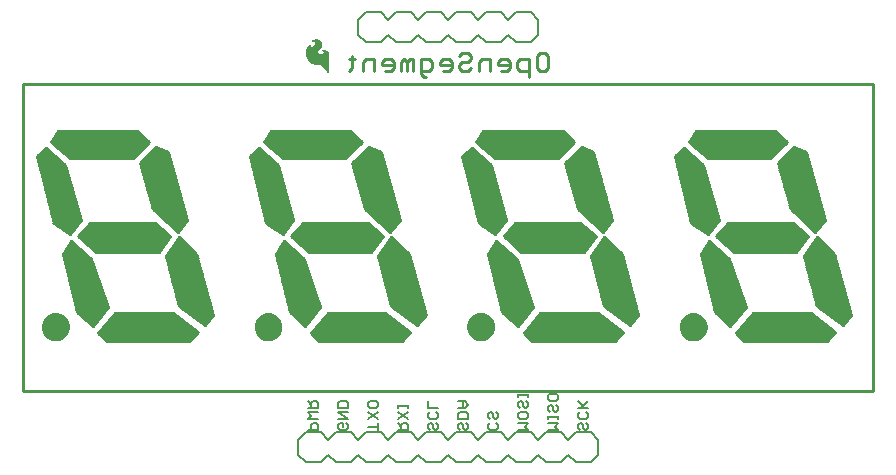
<source format=gbo>
G75*
G70*
%OFA0B0*%
%FSLAX24Y24*%
%IPPOS*%
%LPD*%
%AMOC8*
5,1,8,0,0,1.08239X$1,22.5*
%
%ADD10C,0.0060*%
%ADD11C,0.0110*%
%ADD12C,0.0100*%
%ADD13C,0.0591*%
%ADD14C,0.0080*%
%ADD15C,0.0010*%
D10*
X013163Y008413D02*
X013504Y008413D01*
X013504Y008583D01*
X013447Y008640D01*
X013333Y008640D01*
X013277Y008583D01*
X013277Y008413D01*
X013163Y008782D02*
X013277Y008895D01*
X013163Y009009D01*
X013504Y009009D01*
X013504Y009150D02*
X013504Y009320D01*
X013447Y009377D01*
X013333Y009377D01*
X013277Y009320D01*
X013277Y009150D01*
X013277Y009263D02*
X013163Y009377D01*
X013163Y009150D02*
X013504Y009150D01*
X013504Y008782D02*
X013163Y008782D01*
X014163Y008782D02*
X014504Y008782D01*
X014163Y009009D01*
X014504Y009009D01*
X014504Y009150D02*
X014504Y009320D01*
X014447Y009377D01*
X014220Y009377D01*
X014163Y009320D01*
X014163Y009150D01*
X014504Y009150D01*
X014447Y008640D02*
X014504Y008583D01*
X014504Y008470D01*
X014447Y008413D01*
X014220Y008413D01*
X014163Y008470D01*
X014163Y008583D01*
X014220Y008640D01*
X014333Y008640D01*
X014333Y008527D01*
X015163Y008527D02*
X015504Y008527D01*
X015504Y008640D02*
X015504Y008413D01*
X016163Y008413D02*
X016504Y008413D01*
X016504Y008583D01*
X016447Y008640D01*
X016333Y008640D01*
X016277Y008583D01*
X016277Y008413D01*
X016277Y008527D02*
X016163Y008640D01*
X016163Y008782D02*
X016504Y009009D01*
X016504Y009150D02*
X016504Y009263D01*
X016504Y009207D02*
X016163Y009207D01*
X016163Y009263D02*
X016163Y009150D01*
X016163Y009009D02*
X016504Y008782D01*
X017163Y008838D02*
X017163Y008952D01*
X017220Y009009D01*
X017163Y009150D02*
X017504Y009150D01*
X017447Y009009D02*
X017504Y008952D01*
X017504Y008838D01*
X017447Y008782D01*
X017220Y008782D01*
X017163Y008838D01*
X017220Y008640D02*
X017163Y008583D01*
X017163Y008470D01*
X017220Y008413D01*
X017333Y008470D02*
X017333Y008583D01*
X017277Y008640D01*
X017220Y008640D01*
X017333Y008470D02*
X017390Y008413D01*
X017447Y008413D01*
X017504Y008470D01*
X017504Y008583D01*
X017447Y008640D01*
X017163Y009150D02*
X017163Y009377D01*
X018163Y009377D02*
X018390Y009377D01*
X018504Y009263D01*
X018390Y009150D01*
X018163Y009150D01*
X018220Y009009D02*
X018447Y009009D01*
X018504Y008952D01*
X018504Y008782D01*
X018163Y008782D01*
X018163Y008952D01*
X018220Y009009D01*
X018333Y009150D02*
X018333Y009377D01*
X019163Y008952D02*
X019163Y008838D01*
X019220Y008782D01*
X019333Y008838D02*
X019333Y008952D01*
X019277Y009009D01*
X019220Y009009D01*
X019163Y008952D01*
X019333Y008838D02*
X019390Y008782D01*
X019447Y008782D01*
X019504Y008838D01*
X019504Y008952D01*
X019447Y009009D01*
X020163Y008952D02*
X020220Y009009D01*
X020447Y009009D01*
X020504Y008952D01*
X020504Y008838D01*
X020447Y008782D01*
X020220Y008782D01*
X020163Y008838D01*
X020163Y008952D01*
X020220Y009150D02*
X020163Y009207D01*
X020163Y009320D01*
X020220Y009377D01*
X020277Y009377D01*
X020333Y009320D01*
X020333Y009207D01*
X020390Y009150D01*
X020447Y009150D01*
X020504Y009207D01*
X020504Y009320D01*
X020447Y009377D01*
X020504Y009518D02*
X020504Y009632D01*
X020504Y009575D02*
X020163Y009575D01*
X020163Y009518D02*
X020163Y009632D01*
X021163Y009566D02*
X021220Y009622D01*
X021447Y009622D01*
X021504Y009566D01*
X021504Y009452D01*
X021447Y009396D01*
X021220Y009396D01*
X021163Y009452D01*
X021163Y009566D01*
X021220Y009254D02*
X021163Y009197D01*
X021163Y009084D01*
X021220Y009027D01*
X021333Y009084D02*
X021333Y009197D01*
X021277Y009254D01*
X021220Y009254D01*
X021333Y009084D02*
X021390Y009027D01*
X021447Y009027D01*
X021504Y009084D01*
X021504Y009197D01*
X021447Y009254D01*
X021504Y008895D02*
X021504Y008782D01*
X021504Y008838D02*
X021163Y008838D01*
X021163Y008782D02*
X021163Y008895D01*
X021163Y008640D02*
X021504Y008640D01*
X021390Y008527D01*
X021504Y008413D01*
X021163Y008413D01*
X020504Y008413D02*
X020390Y008527D01*
X020504Y008640D01*
X020163Y008640D01*
X020163Y008413D02*
X020504Y008413D01*
X019504Y008470D02*
X019447Y008413D01*
X019220Y008413D01*
X019163Y008470D01*
X019163Y008583D01*
X019220Y008640D01*
X019447Y008640D02*
X019504Y008583D01*
X019504Y008470D01*
X018504Y008470D02*
X018447Y008413D01*
X018390Y008413D01*
X018333Y008470D01*
X018333Y008583D01*
X018277Y008640D01*
X018220Y008640D01*
X018163Y008583D01*
X018163Y008470D01*
X018220Y008413D01*
X018504Y008470D02*
X018504Y008583D01*
X018447Y008640D01*
X015504Y008782D02*
X015163Y009009D01*
X015220Y009150D02*
X015163Y009207D01*
X015163Y009320D01*
X015220Y009377D01*
X015447Y009377D01*
X015504Y009320D01*
X015504Y009207D01*
X015447Y009150D01*
X015220Y009150D01*
X015504Y009009D02*
X015163Y008782D01*
X022163Y008838D02*
X022163Y008952D01*
X022220Y009009D01*
X022163Y009150D02*
X022504Y009150D01*
X022447Y009009D02*
X022504Y008952D01*
X022504Y008838D01*
X022447Y008782D01*
X022220Y008782D01*
X022163Y008838D01*
X022220Y008640D02*
X022163Y008583D01*
X022163Y008470D01*
X022220Y008413D01*
X022333Y008470D02*
X022333Y008583D01*
X022277Y008640D01*
X022220Y008640D01*
X022333Y008470D02*
X022390Y008413D01*
X022447Y008413D01*
X022504Y008470D01*
X022504Y008583D01*
X022447Y008640D01*
X022277Y009150D02*
X022504Y009377D01*
X022333Y009207D02*
X022163Y009377D01*
D11*
X020534Y020191D02*
X020534Y020782D01*
X020239Y020782D01*
X020140Y020684D01*
X020140Y020487D01*
X020239Y020388D01*
X020534Y020388D01*
X020785Y020487D02*
X020785Y020880D01*
X020883Y020979D01*
X021080Y020979D01*
X021178Y020880D01*
X021178Y020487D01*
X021080Y020388D01*
X020883Y020388D01*
X020785Y020487D01*
X019889Y020487D02*
X019889Y020684D01*
X019791Y020782D01*
X019594Y020782D01*
X019496Y020684D01*
X019496Y020585D01*
X019889Y020585D01*
X019889Y020487D02*
X019791Y020388D01*
X019594Y020388D01*
X019245Y020388D02*
X019245Y020782D01*
X018949Y020782D01*
X018851Y020684D01*
X018851Y020388D01*
X018600Y020487D02*
X018502Y020388D01*
X018305Y020388D01*
X018206Y020487D01*
X018206Y020585D01*
X018305Y020684D01*
X018502Y020684D01*
X018600Y020782D01*
X018600Y020880D01*
X018502Y020979D01*
X018305Y020979D01*
X018206Y020880D01*
X017956Y020684D02*
X017857Y020782D01*
X017660Y020782D01*
X017562Y020684D01*
X017562Y020585D01*
X017956Y020585D01*
X017956Y020487D02*
X017956Y020684D01*
X017956Y020487D02*
X017857Y020388D01*
X017660Y020388D01*
X017311Y020487D02*
X017311Y020684D01*
X017213Y020782D01*
X016917Y020782D01*
X016917Y020290D01*
X017016Y020191D01*
X017114Y020191D01*
X017213Y020388D02*
X016917Y020388D01*
X016666Y020388D02*
X016666Y020782D01*
X016568Y020782D01*
X016470Y020684D01*
X016371Y020782D01*
X016273Y020684D01*
X016273Y020388D01*
X016470Y020388D02*
X016470Y020684D01*
X016022Y020684D02*
X016022Y020487D01*
X015924Y020388D01*
X015727Y020388D01*
X015628Y020585D02*
X016022Y020585D01*
X016022Y020684D02*
X015924Y020782D01*
X015727Y020782D01*
X015628Y020684D01*
X015628Y020585D01*
X015377Y020388D02*
X015377Y020782D01*
X015082Y020782D01*
X014984Y020684D01*
X014984Y020388D01*
X014634Y020487D02*
X014536Y020388D01*
X014634Y020487D02*
X014634Y020880D01*
X014536Y020782D02*
X014733Y020782D01*
X017213Y020388D02*
X017311Y020487D01*
D12*
X019014Y018377D02*
X018778Y018022D01*
X019408Y017471D01*
X021495Y017471D01*
X022046Y018022D01*
X021652Y018377D01*
X019014Y018377D01*
X018951Y018281D02*
X021759Y018281D01*
X021868Y018182D02*
X018885Y018182D01*
X018819Y018084D02*
X021978Y018084D01*
X022009Y017985D02*
X018820Y017985D01*
X018933Y017887D02*
X021910Y017887D01*
X021812Y017788D02*
X019046Y017788D01*
X019158Y017690D02*
X021713Y017690D01*
X021615Y017591D02*
X019271Y017591D01*
X019383Y017493D02*
X021516Y017493D01*
X021731Y017314D02*
X022164Y015778D01*
X022991Y015030D01*
X023306Y015424D01*
X022676Y017668D01*
X022282Y017865D01*
X021731Y017314D01*
X021736Y017296D02*
X022780Y017296D01*
X022753Y017394D02*
X021812Y017394D01*
X021910Y017493D02*
X022725Y017493D01*
X022697Y017591D02*
X022009Y017591D01*
X022107Y017690D02*
X022632Y017690D01*
X022435Y017788D02*
X022206Y017788D01*
X021764Y017197D02*
X022808Y017197D01*
X022836Y017099D02*
X021792Y017099D01*
X021819Y017000D02*
X022863Y017000D01*
X022891Y016902D02*
X021847Y016902D01*
X021875Y016803D02*
X022919Y016803D01*
X022946Y016705D02*
X021903Y016705D01*
X021930Y016606D02*
X022974Y016606D01*
X023002Y016508D02*
X021958Y016508D01*
X021986Y016409D02*
X023029Y016409D01*
X023057Y016311D02*
X022014Y016311D01*
X022042Y016212D02*
X023084Y016212D01*
X023112Y016114D02*
X022069Y016114D01*
X022097Y016015D02*
X023140Y016015D01*
X023167Y015917D02*
X022125Y015917D01*
X022153Y015818D02*
X023195Y015818D01*
X023223Y015720D02*
X022229Y015720D01*
X022337Y015621D02*
X023250Y015621D01*
X023278Y015523D02*
X022446Y015523D01*
X022555Y015424D02*
X023306Y015424D01*
X023227Y015326D02*
X022664Y015326D01*
X022773Y015227D02*
X023149Y015227D01*
X023070Y015129D02*
X022882Y015129D01*
X022991Y015030D02*
X022991Y015030D01*
X023030Y014833D02*
X022597Y014203D01*
X023030Y012550D01*
X023896Y011920D01*
X024172Y012235D01*
X023621Y014282D01*
X023030Y014833D01*
X022962Y014735D02*
X023136Y014735D01*
X023241Y014636D02*
X022895Y014636D01*
X022827Y014538D02*
X023347Y014538D01*
X023452Y014439D02*
X022759Y014439D01*
X022692Y014341D02*
X023558Y014341D01*
X023631Y014242D02*
X022624Y014242D01*
X022613Y014144D02*
X023658Y014144D01*
X023684Y014045D02*
X022639Y014045D01*
X022664Y013947D02*
X023711Y013947D01*
X023738Y013848D02*
X022690Y013848D01*
X022716Y013750D02*
X023764Y013750D01*
X023791Y013651D02*
X022742Y013651D01*
X022768Y013553D02*
X023817Y013553D01*
X023844Y013454D02*
X022793Y013454D01*
X022819Y013356D02*
X023870Y013356D01*
X023897Y013257D02*
X022845Y013257D01*
X022871Y013159D02*
X023923Y013159D01*
X023950Y013060D02*
X022896Y013060D01*
X022922Y012962D02*
X023976Y012962D01*
X024003Y012863D02*
X022948Y012863D01*
X022974Y012765D02*
X024029Y012765D01*
X024056Y012666D02*
X023000Y012666D01*
X023025Y012568D02*
X024082Y012568D01*
X024109Y012469D02*
X023141Y012469D01*
X023276Y012371D02*
X024135Y012371D01*
X024162Y012272D02*
X023412Y012272D01*
X023547Y012174D02*
X024118Y012174D01*
X024032Y012075D02*
X023683Y012075D01*
X023818Y011977D02*
X023946Y011977D01*
X023660Y011684D02*
X023385Y011369D01*
X020629Y011369D01*
X020353Y011644D01*
X020904Y012314D01*
X022833Y012314D01*
X023660Y011684D01*
X023658Y011681D02*
X020383Y011681D01*
X020415Y011583D02*
X023572Y011583D01*
X023486Y011484D02*
X020513Y011484D01*
X020612Y011386D02*
X023399Y011386D01*
X023534Y011780D02*
X020465Y011780D01*
X020546Y011878D02*
X023405Y011878D01*
X023275Y011977D02*
X020627Y011977D01*
X020708Y012075D02*
X023146Y012075D01*
X023017Y012174D02*
X020789Y012174D01*
X020870Y012272D02*
X022888Y012272D01*
X020668Y012510D02*
X020156Y011881D01*
X019644Y012353D01*
X019172Y014282D01*
X019448Y014715D01*
X020117Y014125D01*
X020668Y012510D01*
X020635Y012469D02*
X019616Y012469D01*
X019640Y012371D02*
X020554Y012371D01*
X020474Y012272D02*
X019732Y012272D01*
X019838Y012174D02*
X020394Y012174D01*
X020314Y012075D02*
X019945Y012075D01*
X020052Y011977D02*
X020234Y011977D01*
X020648Y012568D02*
X019592Y012568D01*
X019568Y012666D02*
X020615Y012666D01*
X020581Y012765D02*
X019544Y012765D01*
X019519Y012863D02*
X020548Y012863D01*
X020514Y012962D02*
X019495Y012962D01*
X019471Y013060D02*
X020480Y013060D01*
X020447Y013159D02*
X019447Y013159D01*
X019423Y013257D02*
X020413Y013257D01*
X020379Y013356D02*
X019399Y013356D01*
X019375Y013454D02*
X020346Y013454D01*
X020312Y013553D02*
X019351Y013553D01*
X019326Y013651D02*
X020278Y013651D01*
X020245Y013750D02*
X019302Y013750D01*
X019278Y013848D02*
X020211Y013848D01*
X020178Y013947D02*
X019254Y013947D01*
X019230Y014045D02*
X020144Y014045D01*
X020095Y014144D02*
X019206Y014144D01*
X019182Y014242D02*
X019983Y014242D01*
X019872Y014341D02*
X019209Y014341D01*
X019272Y014439D02*
X019760Y014439D01*
X019649Y014538D02*
X019335Y014538D01*
X019397Y014636D02*
X019537Y014636D01*
X019729Y014833D02*
X022724Y014833D01*
X022755Y014873D02*
X022243Y015306D01*
X020077Y015306D01*
X019684Y014873D01*
X020274Y014361D01*
X022361Y014361D01*
X022755Y014873D01*
X022685Y014932D02*
X019737Y014932D01*
X019827Y015030D02*
X022568Y015030D01*
X022452Y015129D02*
X019917Y015129D01*
X020006Y015227D02*
X022335Y015227D01*
X022649Y014735D02*
X019843Y014735D01*
X019956Y014636D02*
X022573Y014636D01*
X022497Y014538D02*
X020070Y014538D01*
X020184Y014439D02*
X022421Y014439D01*
X019762Y015424D02*
X019408Y014951D01*
X018857Y015306D01*
X018306Y017550D01*
X018621Y017825D01*
X019251Y017235D01*
X019762Y015424D01*
X018828Y015424D01*
X018852Y015326D02*
X019689Y015326D01*
X019615Y015227D02*
X018979Y015227D01*
X019132Y015129D02*
X019541Y015129D01*
X019467Y015030D02*
X019285Y015030D01*
X019735Y015523D02*
X018804Y015523D01*
X018779Y015621D02*
X019707Y015621D01*
X019679Y015720D02*
X018755Y015720D01*
X018731Y015818D02*
X019651Y015818D01*
X019623Y015917D02*
X018707Y015917D01*
X018683Y016015D02*
X019595Y016015D01*
X019567Y016114D02*
X018658Y016114D01*
X018634Y016212D02*
X019540Y016212D01*
X019512Y016311D02*
X018610Y016311D01*
X018586Y016409D02*
X019484Y016409D01*
X019456Y016508D02*
X018562Y016508D01*
X018538Y016606D02*
X019428Y016606D01*
X019400Y016705D02*
X018513Y016705D01*
X018489Y016803D02*
X019373Y016803D01*
X019345Y016902D02*
X018465Y016902D01*
X018441Y017000D02*
X019317Y017000D01*
X019289Y017099D02*
X018417Y017099D01*
X018392Y017197D02*
X019261Y017197D01*
X019186Y017296D02*
X018368Y017296D01*
X018344Y017394D02*
X019081Y017394D01*
X018976Y017493D02*
X018320Y017493D01*
X018353Y017591D02*
X018870Y017591D01*
X018765Y017690D02*
X018466Y017690D01*
X018578Y017788D02*
X018660Y017788D01*
X015915Y016508D02*
X014872Y016508D01*
X014844Y016606D02*
X015887Y016606D01*
X015860Y016705D02*
X014816Y016705D01*
X014788Y016803D02*
X015832Y016803D01*
X015804Y016902D02*
X014761Y016902D01*
X014733Y017000D02*
X015777Y017000D01*
X015749Y017099D02*
X014705Y017099D01*
X014677Y017197D02*
X015721Y017197D01*
X015694Y017296D02*
X014649Y017296D01*
X014644Y017314D02*
X015077Y015778D01*
X015904Y015030D01*
X016219Y015424D01*
X015589Y017668D01*
X015196Y017865D01*
X014644Y017314D01*
X014725Y017394D02*
X015666Y017394D01*
X015638Y017493D02*
X014824Y017493D01*
X014922Y017591D02*
X015611Y017591D01*
X015546Y017690D02*
X015021Y017690D01*
X015119Y017788D02*
X015349Y017788D01*
X014959Y018022D02*
X014566Y018377D01*
X011928Y018377D01*
X011692Y018022D01*
X012322Y017471D01*
X014408Y017471D01*
X014959Y018022D01*
X014922Y017985D02*
X011734Y017985D01*
X011733Y018084D02*
X014891Y018084D01*
X014782Y018182D02*
X011798Y018182D01*
X011864Y018281D02*
X014672Y018281D01*
X014824Y017887D02*
X011846Y017887D01*
X011959Y017788D02*
X014725Y017788D01*
X014627Y017690D02*
X012072Y017690D01*
X012184Y017591D02*
X014528Y017591D01*
X014430Y017493D02*
X012297Y017493D01*
X012099Y017296D02*
X011282Y017296D01*
X011257Y017394D02*
X011994Y017394D01*
X011889Y017493D02*
X011233Y017493D01*
X011219Y017550D02*
X011770Y015306D01*
X012322Y014951D01*
X012676Y015424D01*
X012164Y017235D01*
X011534Y017825D01*
X011219Y017550D01*
X011267Y017591D02*
X011784Y017591D01*
X011679Y017690D02*
X011379Y017690D01*
X011492Y017788D02*
X011574Y017788D01*
X011306Y017197D02*
X012175Y017197D01*
X012202Y017099D02*
X011330Y017099D01*
X011354Y017000D02*
X012230Y017000D01*
X012258Y016902D02*
X011378Y016902D01*
X011403Y016803D02*
X012286Y016803D01*
X012314Y016705D02*
X011427Y016705D01*
X011451Y016606D02*
X012342Y016606D01*
X012370Y016508D02*
X011475Y016508D01*
X011499Y016409D02*
X012397Y016409D01*
X012425Y016311D02*
X011523Y016311D01*
X011548Y016212D02*
X012453Y016212D01*
X012481Y016114D02*
X011572Y016114D01*
X011596Y016015D02*
X012509Y016015D01*
X012537Y015917D02*
X011620Y015917D01*
X011644Y015818D02*
X012564Y015818D01*
X012592Y015720D02*
X011669Y015720D01*
X011693Y015621D02*
X012620Y015621D01*
X012648Y015523D02*
X011717Y015523D01*
X011741Y015424D02*
X012676Y015424D01*
X012602Y015326D02*
X011765Y015326D01*
X011892Y015227D02*
X012528Y015227D01*
X012455Y015129D02*
X012046Y015129D01*
X012199Y015030D02*
X012381Y015030D01*
X012597Y014873D02*
X013188Y014361D01*
X015274Y014361D01*
X015668Y014873D01*
X015156Y015306D01*
X012991Y015306D01*
X012597Y014873D01*
X012643Y014833D02*
X015638Y014833D01*
X015598Y014932D02*
X012651Y014932D01*
X012740Y015030D02*
X015482Y015030D01*
X015365Y015129D02*
X012830Y015129D01*
X012920Y015227D02*
X015249Y015227D01*
X015469Y015424D02*
X016219Y015424D01*
X016191Y015523D02*
X015360Y015523D01*
X015251Y015621D02*
X016164Y015621D01*
X016136Y015720D02*
X015142Y015720D01*
X015066Y015818D02*
X016108Y015818D01*
X016081Y015917D02*
X015038Y015917D01*
X015011Y016015D02*
X016053Y016015D01*
X016025Y016114D02*
X014983Y016114D01*
X014955Y016212D02*
X015998Y016212D01*
X015970Y016311D02*
X014927Y016311D01*
X014899Y016409D02*
X015943Y016409D01*
X016141Y015326D02*
X015577Y015326D01*
X015686Y015227D02*
X016062Y015227D01*
X015983Y015129D02*
X015795Y015129D01*
X015904Y015030D02*
X015904Y015030D01*
X015944Y014833D02*
X015510Y014203D01*
X015944Y012550D01*
X016810Y011920D01*
X017085Y012235D01*
X016534Y014282D01*
X015944Y014833D01*
X015876Y014735D02*
X016049Y014735D01*
X016155Y014636D02*
X015808Y014636D01*
X015740Y014538D02*
X016260Y014538D01*
X016366Y014439D02*
X015673Y014439D01*
X015605Y014341D02*
X016471Y014341D01*
X016545Y014242D02*
X015537Y014242D01*
X015526Y014144D02*
X016571Y014144D01*
X016598Y014045D02*
X015552Y014045D01*
X015578Y013947D02*
X016624Y013947D01*
X016651Y013848D02*
X015603Y013848D01*
X015629Y013750D02*
X016677Y013750D01*
X016704Y013651D02*
X015655Y013651D01*
X015681Y013553D02*
X016730Y013553D01*
X016757Y013454D02*
X015707Y013454D01*
X015732Y013356D02*
X016784Y013356D01*
X016810Y013257D02*
X015758Y013257D01*
X015784Y013159D02*
X016837Y013159D01*
X016863Y013060D02*
X015810Y013060D01*
X015836Y012962D02*
X016890Y012962D01*
X016916Y012863D02*
X015861Y012863D01*
X015887Y012765D02*
X016943Y012765D01*
X016969Y012666D02*
X015913Y012666D01*
X015939Y012568D02*
X016996Y012568D01*
X017022Y012469D02*
X016054Y012469D01*
X016190Y012371D02*
X017049Y012371D01*
X017075Y012272D02*
X016325Y012272D01*
X016461Y012174D02*
X017032Y012174D01*
X016946Y012075D02*
X016596Y012075D01*
X016732Y011977D02*
X016859Y011977D01*
X016573Y011684D02*
X016298Y011369D01*
X013542Y011369D01*
X013266Y011644D01*
X013818Y012314D01*
X015747Y012314D01*
X016573Y011684D01*
X016571Y011681D02*
X013297Y011681D01*
X013328Y011583D02*
X016485Y011583D01*
X016399Y011484D02*
X013426Y011484D01*
X013525Y011386D02*
X016313Y011386D01*
X016447Y011780D02*
X013378Y011780D01*
X013459Y011878D02*
X016318Y011878D01*
X016189Y011977D02*
X013540Y011977D01*
X013621Y012075D02*
X016060Y012075D01*
X015930Y012174D02*
X013702Y012174D01*
X013784Y012272D02*
X015801Y012272D01*
X013581Y012510D02*
X013070Y011881D01*
X012558Y012353D01*
X012085Y014282D01*
X012361Y014715D01*
X013030Y014125D01*
X013581Y012510D01*
X013548Y012469D02*
X012529Y012469D01*
X012553Y012371D02*
X013468Y012371D01*
X013388Y012272D02*
X012645Y012272D01*
X012752Y012174D02*
X013308Y012174D01*
X013228Y012075D02*
X012859Y012075D01*
X012965Y011977D02*
X013148Y011977D01*
X013562Y012568D02*
X012505Y012568D01*
X012481Y012666D02*
X013528Y012666D01*
X013495Y012765D02*
X012457Y012765D01*
X012433Y012863D02*
X013461Y012863D01*
X013427Y012962D02*
X012409Y012962D01*
X012385Y013060D02*
X013394Y013060D01*
X013360Y013159D02*
X012360Y013159D01*
X012336Y013257D02*
X013326Y013257D01*
X013293Y013356D02*
X012312Y013356D01*
X012288Y013454D02*
X013259Y013454D01*
X013225Y013553D02*
X012264Y013553D01*
X012240Y013651D02*
X013192Y013651D01*
X013158Y013750D02*
X012216Y013750D01*
X012192Y013848D02*
X013125Y013848D01*
X013091Y013947D02*
X012167Y013947D01*
X012143Y014045D02*
X013057Y014045D01*
X013008Y014144D02*
X012119Y014144D01*
X012095Y014242D02*
X012897Y014242D01*
X012785Y014341D02*
X012123Y014341D01*
X012185Y014439D02*
X012674Y014439D01*
X012562Y014538D02*
X012248Y014538D01*
X012311Y014636D02*
X012450Y014636D01*
X012756Y014735D02*
X015562Y014735D01*
X015486Y014636D02*
X012870Y014636D01*
X012984Y014538D02*
X015410Y014538D01*
X015335Y014439D02*
X013097Y014439D01*
X009644Y013553D02*
X008594Y013553D01*
X008568Y013651D02*
X009617Y013651D01*
X009591Y013750D02*
X008543Y013750D01*
X008517Y013848D02*
X009564Y013848D01*
X009538Y013947D02*
X008491Y013947D01*
X008465Y014045D02*
X009511Y014045D01*
X009485Y014144D02*
X008439Y014144D01*
X008424Y014203D02*
X008857Y012550D01*
X009723Y011920D01*
X009999Y012235D01*
X009448Y014282D01*
X008857Y014833D01*
X008424Y014203D01*
X008451Y014242D02*
X009458Y014242D01*
X009385Y014341D02*
X008518Y014341D01*
X008586Y014439D02*
X009279Y014439D01*
X009174Y014538D02*
X008654Y014538D01*
X008722Y014636D02*
X009068Y014636D01*
X008962Y014735D02*
X008789Y014735D01*
X008581Y014873D02*
X008188Y014361D01*
X006101Y014361D01*
X005510Y014873D01*
X005904Y015306D01*
X008070Y015306D01*
X008581Y014873D01*
X008551Y014833D02*
X005556Y014833D01*
X005564Y014932D02*
X008511Y014932D01*
X008395Y015030D02*
X005654Y015030D01*
X005743Y015129D02*
X008279Y015129D01*
X008162Y015227D02*
X005833Y015227D01*
X005589Y015424D02*
X005235Y014951D01*
X004684Y015306D01*
X004133Y017550D01*
X004448Y017825D01*
X005077Y017235D01*
X005589Y015424D01*
X004655Y015424D01*
X004679Y015326D02*
X005516Y015326D01*
X005442Y015227D02*
X004806Y015227D01*
X004959Y015129D02*
X005368Y015129D01*
X005294Y015030D02*
X005112Y015030D01*
X005274Y014715D02*
X004999Y014282D01*
X005471Y012353D01*
X005983Y011881D01*
X006495Y012510D01*
X005944Y014125D01*
X005274Y014715D01*
X005224Y014636D02*
X005364Y014636D01*
X005475Y014538D02*
X005161Y014538D01*
X005099Y014439D02*
X005587Y014439D01*
X005699Y014341D02*
X005036Y014341D01*
X005008Y014242D02*
X005810Y014242D01*
X005922Y014144D02*
X005033Y014144D01*
X005057Y014045D02*
X005971Y014045D01*
X006004Y013947D02*
X005081Y013947D01*
X005105Y013848D02*
X006038Y013848D01*
X006072Y013750D02*
X005129Y013750D01*
X005153Y013651D02*
X006105Y013651D01*
X006139Y013553D02*
X005177Y013553D01*
X005201Y013454D02*
X006172Y013454D01*
X006206Y013356D02*
X005226Y013356D01*
X005250Y013257D02*
X006240Y013257D01*
X006273Y013159D02*
X005274Y013159D01*
X005298Y013060D02*
X006307Y013060D01*
X006341Y012962D02*
X005322Y012962D01*
X005346Y012863D02*
X006374Y012863D01*
X006408Y012765D02*
X005370Y012765D01*
X005394Y012666D02*
X006442Y012666D01*
X006475Y012568D02*
X005419Y012568D01*
X005443Y012469D02*
X006461Y012469D01*
X006381Y012371D02*
X005467Y012371D01*
X005559Y012272D02*
X006301Y012272D01*
X006221Y012174D02*
X005665Y012174D01*
X005772Y012075D02*
X006141Y012075D01*
X006061Y011977D02*
X005879Y011977D01*
X006210Y011681D02*
X009485Y011681D01*
X009487Y011684D02*
X009211Y011369D01*
X006455Y011369D01*
X006180Y011644D01*
X006731Y012314D01*
X008660Y012314D01*
X009487Y011684D01*
X009399Y011583D02*
X006241Y011583D01*
X006340Y011484D02*
X009312Y011484D01*
X009226Y011386D02*
X006438Y011386D01*
X006291Y011780D02*
X009361Y011780D01*
X009231Y011878D02*
X006372Y011878D01*
X006454Y011977D02*
X009102Y011977D01*
X008973Y012075D02*
X006535Y012075D01*
X006616Y012174D02*
X008844Y012174D01*
X008714Y012272D02*
X006697Y012272D01*
X008775Y012863D02*
X009829Y012863D01*
X009856Y012765D02*
X008801Y012765D01*
X008826Y012666D02*
X009883Y012666D01*
X009909Y012568D02*
X008852Y012568D01*
X008968Y012469D02*
X009936Y012469D01*
X009962Y012371D02*
X009103Y012371D01*
X009239Y012272D02*
X009989Y012272D01*
X009945Y012174D02*
X009374Y012174D01*
X009509Y012075D02*
X009859Y012075D01*
X009773Y011977D02*
X009645Y011977D01*
X009803Y012962D02*
X008749Y012962D01*
X008723Y013060D02*
X009776Y013060D01*
X009750Y013159D02*
X008697Y013159D01*
X008672Y013257D02*
X009723Y013257D01*
X009697Y013356D02*
X008646Y013356D01*
X008620Y013454D02*
X009670Y013454D01*
X008324Y014538D02*
X005897Y014538D01*
X005783Y014636D02*
X008400Y014636D01*
X008475Y014735D02*
X005670Y014735D01*
X006011Y014439D02*
X008248Y014439D01*
X008817Y015030D02*
X008818Y015030D01*
X007991Y015778D01*
X007558Y017314D01*
X008109Y017865D01*
X008503Y017668D01*
X009133Y015424D01*
X008818Y015030D01*
X008897Y015129D02*
X008709Y015129D01*
X008600Y015227D02*
X008975Y015227D01*
X009054Y015326D02*
X008491Y015326D01*
X008382Y015424D02*
X009132Y015424D01*
X009105Y015523D02*
X008273Y015523D01*
X008164Y015621D02*
X009077Y015621D01*
X009049Y015720D02*
X008055Y015720D01*
X007979Y015818D02*
X009022Y015818D01*
X008994Y015917D02*
X007952Y015917D01*
X007924Y016015D02*
X008967Y016015D01*
X008939Y016114D02*
X007896Y016114D01*
X007868Y016212D02*
X008911Y016212D01*
X008884Y016311D02*
X007841Y016311D01*
X007813Y016409D02*
X008856Y016409D01*
X008828Y016508D02*
X007785Y016508D01*
X007757Y016606D02*
X008801Y016606D01*
X008773Y016705D02*
X007729Y016705D01*
X007702Y016803D02*
X008745Y016803D01*
X008718Y016902D02*
X007674Y016902D01*
X007646Y017000D02*
X008690Y017000D01*
X008662Y017099D02*
X007618Y017099D01*
X007591Y017197D02*
X008635Y017197D01*
X008607Y017296D02*
X007563Y017296D01*
X007638Y017394D02*
X008579Y017394D01*
X008552Y017493D02*
X007737Y017493D01*
X007835Y017591D02*
X008524Y017591D01*
X008459Y017690D02*
X007934Y017690D01*
X008032Y017788D02*
X008262Y017788D01*
X007873Y018022D02*
X007479Y018377D01*
X004841Y018377D01*
X004605Y018022D01*
X005235Y017471D01*
X007322Y017471D01*
X007873Y018022D01*
X007836Y017985D02*
X004647Y017985D01*
X004646Y018084D02*
X007804Y018084D01*
X007695Y018182D02*
X004712Y018182D01*
X004777Y018281D02*
X007585Y018281D01*
X007737Y017887D02*
X004760Y017887D01*
X004872Y017788D02*
X007639Y017788D01*
X007540Y017690D02*
X004985Y017690D01*
X005098Y017591D02*
X007442Y017591D01*
X007343Y017493D02*
X005210Y017493D01*
X005012Y017296D02*
X004195Y017296D01*
X004171Y017394D02*
X004907Y017394D01*
X004802Y017493D02*
X004147Y017493D01*
X004180Y017591D02*
X004697Y017591D01*
X004592Y017690D02*
X004293Y017690D01*
X004405Y017788D02*
X004487Y017788D01*
X004219Y017197D02*
X005088Y017197D01*
X005116Y017099D02*
X004243Y017099D01*
X004268Y017000D02*
X005144Y017000D01*
X005172Y016902D02*
X004292Y016902D01*
X004316Y016803D02*
X005199Y016803D01*
X005227Y016705D02*
X004340Y016705D01*
X004364Y016606D02*
X005255Y016606D01*
X005283Y016508D02*
X004388Y016508D01*
X004413Y016409D02*
X005311Y016409D01*
X005339Y016311D02*
X004437Y016311D01*
X004461Y016212D02*
X005366Y016212D01*
X005394Y016114D02*
X004485Y016114D01*
X004509Y016015D02*
X005422Y016015D01*
X005450Y015917D02*
X004534Y015917D01*
X004558Y015818D02*
X005478Y015818D01*
X005506Y015720D02*
X004582Y015720D01*
X004606Y015621D02*
X005533Y015621D01*
X005561Y015523D02*
X004630Y015523D01*
X003660Y019951D02*
X003660Y009715D01*
X032007Y009715D01*
X032007Y019951D01*
X003660Y019951D01*
X025392Y017550D02*
X025944Y015306D01*
X026495Y014951D01*
X026849Y015424D01*
X026337Y017235D01*
X025707Y017825D01*
X025392Y017550D01*
X025406Y017493D02*
X026062Y017493D01*
X025957Y017591D02*
X025440Y017591D01*
X025552Y017690D02*
X025852Y017690D01*
X025747Y017788D02*
X025665Y017788D01*
X025865Y018022D02*
X026495Y017471D01*
X028581Y017471D01*
X029133Y018022D01*
X028739Y018377D01*
X026101Y018377D01*
X025865Y018022D01*
X025907Y017985D02*
X029096Y017985D01*
X029064Y018084D02*
X025906Y018084D01*
X025972Y018182D02*
X028955Y018182D01*
X028845Y018281D02*
X026037Y018281D01*
X026020Y017887D02*
X028997Y017887D01*
X028899Y017788D02*
X026132Y017788D01*
X026245Y017690D02*
X028800Y017690D01*
X028702Y017591D02*
X026357Y017591D01*
X026470Y017493D02*
X028603Y017493D01*
X028818Y017314D02*
X029251Y015778D01*
X030077Y015030D01*
X030078Y015030D01*
X030077Y015030D02*
X030392Y015424D01*
X029762Y017668D01*
X029369Y017865D01*
X028818Y017314D01*
X028823Y017296D02*
X029867Y017296D01*
X029839Y017394D02*
X028898Y017394D01*
X028997Y017493D02*
X029812Y017493D01*
X029784Y017591D02*
X029095Y017591D01*
X029194Y017690D02*
X029719Y017690D01*
X029522Y017788D02*
X029292Y017788D01*
X028850Y017197D02*
X029895Y017197D01*
X029922Y017099D02*
X028878Y017099D01*
X028906Y017000D02*
X029950Y017000D01*
X029978Y016902D02*
X028934Y016902D01*
X028962Y016803D02*
X030005Y016803D01*
X030033Y016705D02*
X028989Y016705D01*
X029017Y016606D02*
X030060Y016606D01*
X030088Y016508D02*
X029045Y016508D01*
X029073Y016409D02*
X030116Y016409D01*
X030143Y016311D02*
X029100Y016311D01*
X029128Y016212D02*
X030171Y016212D01*
X030199Y016114D02*
X029156Y016114D01*
X029184Y016015D02*
X030226Y016015D01*
X030254Y015917D02*
X029212Y015917D01*
X029239Y015818D02*
X030282Y015818D01*
X030309Y015720D02*
X029315Y015720D01*
X029424Y015621D02*
X030337Y015621D01*
X030365Y015523D02*
X029533Y015523D01*
X029642Y015424D02*
X030392Y015424D01*
X030314Y015326D02*
X029751Y015326D01*
X029860Y015227D02*
X030235Y015227D01*
X030156Y015129D02*
X029968Y015129D01*
X029771Y014932D02*
X026824Y014932D01*
X026770Y014873D02*
X027361Y014361D01*
X029448Y014361D01*
X029841Y014873D01*
X029329Y015306D01*
X027164Y015306D01*
X026770Y014873D01*
X026816Y014833D02*
X029811Y014833D01*
X029735Y014735D02*
X026929Y014735D01*
X027043Y014636D02*
X029659Y014636D01*
X029584Y014538D02*
X027157Y014538D01*
X027270Y014439D02*
X029508Y014439D01*
X029710Y014242D02*
X030718Y014242D01*
X030707Y014282D02*
X030117Y014833D01*
X029684Y014203D01*
X030117Y012550D01*
X030983Y011920D01*
X031259Y012235D01*
X030707Y014282D01*
X030644Y014341D02*
X029778Y014341D01*
X029846Y014439D02*
X030539Y014439D01*
X030433Y014538D02*
X029914Y014538D01*
X029981Y014636D02*
X030328Y014636D01*
X030222Y014735D02*
X030049Y014735D01*
X029655Y015030D02*
X026914Y015030D01*
X027003Y015129D02*
X029539Y015129D01*
X029422Y015227D02*
X027093Y015227D01*
X026849Y015424D02*
X025914Y015424D01*
X025939Y015326D02*
X026776Y015326D01*
X026702Y015227D02*
X026066Y015227D01*
X026219Y015129D02*
X026628Y015129D01*
X026554Y015030D02*
X026372Y015030D01*
X026534Y014715D02*
X026259Y014282D01*
X026731Y012353D01*
X027243Y011881D01*
X027755Y012510D01*
X027203Y014125D01*
X026534Y014715D01*
X026484Y014636D02*
X026624Y014636D01*
X026735Y014538D02*
X026421Y014538D01*
X026359Y014439D02*
X026847Y014439D01*
X026958Y014341D02*
X026296Y014341D01*
X026268Y014242D02*
X027070Y014242D01*
X027182Y014144D02*
X026292Y014144D01*
X026317Y014045D02*
X027231Y014045D01*
X027264Y013947D02*
X026341Y013947D01*
X026365Y013848D02*
X027298Y013848D01*
X027331Y013750D02*
X026389Y013750D01*
X026413Y013651D02*
X027365Y013651D01*
X027399Y013553D02*
X026437Y013553D01*
X026461Y013454D02*
X027432Y013454D01*
X027466Y013356D02*
X026485Y013356D01*
X026510Y013257D02*
X027500Y013257D01*
X027533Y013159D02*
X026534Y013159D01*
X026558Y013060D02*
X027567Y013060D01*
X027600Y012962D02*
X026582Y012962D01*
X026606Y012863D02*
X027634Y012863D01*
X027668Y012765D02*
X026630Y012765D01*
X026654Y012666D02*
X027701Y012666D01*
X027735Y012568D02*
X026678Y012568D01*
X026702Y012469D02*
X027721Y012469D01*
X027641Y012371D02*
X026727Y012371D01*
X026818Y012272D02*
X027561Y012272D01*
X027481Y012174D02*
X026925Y012174D01*
X027032Y012075D02*
X027401Y012075D01*
X027321Y011977D02*
X027139Y011977D01*
X027470Y011681D02*
X030745Y011681D01*
X030747Y011684D02*
X030471Y011369D01*
X027715Y011369D01*
X027440Y011644D01*
X027991Y012314D01*
X029920Y012314D01*
X030747Y011684D01*
X030658Y011583D02*
X027501Y011583D01*
X027600Y011484D02*
X030572Y011484D01*
X030486Y011386D02*
X027698Y011386D01*
X027551Y011780D02*
X030621Y011780D01*
X030491Y011878D02*
X027632Y011878D01*
X027713Y011977D02*
X030362Y011977D01*
X030233Y012075D02*
X027795Y012075D01*
X027876Y012174D02*
X030103Y012174D01*
X029974Y012272D02*
X027957Y012272D01*
X030035Y012863D02*
X031089Y012863D01*
X031116Y012765D02*
X030060Y012765D01*
X030086Y012666D02*
X031142Y012666D01*
X031169Y012568D02*
X030112Y012568D01*
X030228Y012469D02*
X031195Y012469D01*
X031222Y012371D02*
X030363Y012371D01*
X030498Y012272D02*
X031248Y012272D01*
X031205Y012174D02*
X030634Y012174D01*
X030769Y012075D02*
X031119Y012075D01*
X031033Y011977D02*
X030905Y011977D01*
X031063Y012962D02*
X030009Y012962D01*
X029983Y013060D02*
X031036Y013060D01*
X031010Y013159D02*
X029957Y013159D01*
X029932Y013257D02*
X030983Y013257D01*
X030957Y013356D02*
X029906Y013356D01*
X029880Y013454D02*
X030930Y013454D01*
X030904Y013553D02*
X029854Y013553D01*
X029828Y013651D02*
X030877Y013651D01*
X030851Y013750D02*
X029803Y013750D01*
X029777Y013848D02*
X030824Y013848D01*
X030798Y013947D02*
X029751Y013947D01*
X029725Y014045D02*
X030771Y014045D01*
X030745Y014144D02*
X029699Y014144D01*
X026821Y015523D02*
X025890Y015523D01*
X025866Y015621D02*
X026793Y015621D01*
X026765Y015720D02*
X025842Y015720D01*
X025818Y015818D02*
X026738Y015818D01*
X026710Y015917D02*
X025793Y015917D01*
X025769Y016015D02*
X026682Y016015D01*
X026654Y016114D02*
X025745Y016114D01*
X025721Y016212D02*
X026626Y016212D01*
X026598Y016311D02*
X025697Y016311D01*
X025673Y016409D02*
X026571Y016409D01*
X026543Y016508D02*
X025648Y016508D01*
X025624Y016606D02*
X026515Y016606D01*
X026487Y016705D02*
X025600Y016705D01*
X025576Y016803D02*
X026459Y016803D01*
X026431Y016902D02*
X025552Y016902D01*
X025527Y017000D02*
X026404Y017000D01*
X026376Y017099D02*
X025503Y017099D01*
X025479Y017197D02*
X026348Y017197D01*
X026272Y017296D02*
X025455Y017296D01*
X025431Y017394D02*
X026167Y017394D01*
D13*
X025860Y011841D02*
X025862Y011866D01*
X025868Y011890D01*
X025877Y011913D01*
X025889Y011934D01*
X025905Y011953D01*
X025924Y011970D01*
X025945Y011983D01*
X025967Y011993D01*
X025991Y012000D01*
X026016Y012003D01*
X026041Y012002D01*
X026065Y011997D01*
X026088Y011989D01*
X026110Y011977D01*
X026130Y011962D01*
X026147Y011944D01*
X026161Y011924D01*
X026172Y011902D01*
X026180Y011878D01*
X026184Y011853D01*
X026184Y011829D01*
X026180Y011804D01*
X026172Y011780D01*
X026161Y011758D01*
X026147Y011738D01*
X026130Y011720D01*
X026110Y011705D01*
X026088Y011693D01*
X026065Y011685D01*
X026041Y011680D01*
X026016Y011679D01*
X025991Y011682D01*
X025967Y011689D01*
X025945Y011699D01*
X025924Y011712D01*
X025905Y011729D01*
X025889Y011748D01*
X025877Y011769D01*
X025868Y011792D01*
X025862Y011816D01*
X025860Y011841D01*
X018774Y011841D02*
X018776Y011866D01*
X018782Y011890D01*
X018791Y011913D01*
X018803Y011934D01*
X018819Y011953D01*
X018838Y011970D01*
X018859Y011983D01*
X018881Y011993D01*
X018905Y012000D01*
X018930Y012003D01*
X018955Y012002D01*
X018979Y011997D01*
X019002Y011989D01*
X019024Y011977D01*
X019044Y011962D01*
X019061Y011944D01*
X019075Y011924D01*
X019086Y011902D01*
X019094Y011878D01*
X019098Y011853D01*
X019098Y011829D01*
X019094Y011804D01*
X019086Y011780D01*
X019075Y011758D01*
X019061Y011738D01*
X019044Y011720D01*
X019024Y011705D01*
X019002Y011693D01*
X018979Y011685D01*
X018955Y011680D01*
X018930Y011679D01*
X018905Y011682D01*
X018881Y011689D01*
X018859Y011699D01*
X018838Y011712D01*
X018819Y011729D01*
X018803Y011748D01*
X018791Y011769D01*
X018782Y011792D01*
X018776Y011816D01*
X018774Y011841D01*
X011687Y011841D02*
X011689Y011866D01*
X011695Y011890D01*
X011704Y011913D01*
X011716Y011934D01*
X011732Y011953D01*
X011751Y011970D01*
X011772Y011983D01*
X011794Y011993D01*
X011818Y012000D01*
X011843Y012003D01*
X011868Y012002D01*
X011892Y011997D01*
X011915Y011989D01*
X011937Y011977D01*
X011957Y011962D01*
X011974Y011944D01*
X011988Y011924D01*
X011999Y011902D01*
X012007Y011878D01*
X012011Y011853D01*
X012011Y011829D01*
X012007Y011804D01*
X011999Y011780D01*
X011988Y011758D01*
X011974Y011738D01*
X011957Y011720D01*
X011937Y011705D01*
X011915Y011693D01*
X011892Y011685D01*
X011868Y011680D01*
X011843Y011679D01*
X011818Y011682D01*
X011794Y011689D01*
X011772Y011699D01*
X011751Y011712D01*
X011732Y011729D01*
X011716Y011748D01*
X011704Y011769D01*
X011695Y011792D01*
X011689Y011816D01*
X011687Y011841D01*
X004600Y011841D02*
X004602Y011866D01*
X004608Y011890D01*
X004617Y011913D01*
X004629Y011934D01*
X004645Y011953D01*
X004664Y011970D01*
X004685Y011983D01*
X004707Y011993D01*
X004731Y012000D01*
X004756Y012003D01*
X004781Y012002D01*
X004805Y011997D01*
X004828Y011989D01*
X004850Y011977D01*
X004870Y011962D01*
X004887Y011944D01*
X004901Y011924D01*
X004912Y011902D01*
X004920Y011878D01*
X004924Y011853D01*
X004924Y011829D01*
X004920Y011804D01*
X004912Y011780D01*
X004901Y011758D01*
X004887Y011738D01*
X004870Y011720D01*
X004850Y011705D01*
X004828Y011693D01*
X004805Y011685D01*
X004781Y011680D01*
X004756Y011679D01*
X004731Y011682D01*
X004707Y011689D01*
X004685Y011699D01*
X004664Y011712D01*
X004645Y011729D01*
X004629Y011748D01*
X004617Y011769D01*
X004608Y011792D01*
X004602Y011816D01*
X004600Y011841D01*
D14*
X012833Y007583D02*
X013083Y007333D01*
X013583Y007333D01*
X013833Y007583D01*
X014083Y007333D01*
X014583Y007333D01*
X014833Y007583D01*
X015083Y007333D01*
X015583Y007333D01*
X015833Y007583D01*
X016083Y007333D01*
X016583Y007333D01*
X016833Y007583D01*
X017083Y007333D01*
X017583Y007333D01*
X017833Y007583D01*
X018083Y007333D01*
X018583Y007333D01*
X018833Y007583D01*
X019083Y007333D01*
X019583Y007333D01*
X019833Y007583D01*
X020083Y007333D01*
X020583Y007333D01*
X020833Y007583D01*
X021083Y007333D01*
X021583Y007333D01*
X021833Y007583D01*
X022083Y007333D01*
X022583Y007333D01*
X022833Y007583D01*
X022833Y008083D01*
X022583Y008333D01*
X022083Y008333D01*
X021833Y008083D01*
X021583Y008333D01*
X021083Y008333D01*
X020833Y008083D01*
X020583Y008333D01*
X020083Y008333D01*
X019833Y008083D01*
X019583Y008333D01*
X019083Y008333D01*
X018833Y008083D01*
X018583Y008333D01*
X018083Y008333D01*
X017833Y008083D01*
X017583Y008333D01*
X017083Y008333D01*
X016833Y008083D01*
X016583Y008333D01*
X016083Y008333D01*
X015833Y008083D01*
X015583Y008333D01*
X015083Y008333D01*
X014833Y008083D01*
X014583Y008333D01*
X014083Y008333D01*
X013833Y008083D01*
X013583Y008333D01*
X013083Y008333D01*
X012833Y008083D01*
X012833Y007583D01*
X015083Y021333D02*
X015583Y021333D01*
X015833Y021583D01*
X016083Y021333D01*
X016583Y021333D01*
X016833Y021583D01*
X017083Y021333D01*
X017583Y021333D01*
X017833Y021583D01*
X018083Y021333D01*
X018583Y021333D01*
X018833Y021583D01*
X019083Y021333D01*
X019583Y021333D01*
X019833Y021583D01*
X020083Y021333D01*
X020583Y021333D01*
X020833Y021583D01*
X020833Y022083D01*
X020583Y022333D01*
X020083Y022333D01*
X019833Y022083D01*
X019583Y022333D01*
X019083Y022333D01*
X018833Y022083D01*
X018583Y022333D01*
X018083Y022333D01*
X017833Y022083D01*
X017583Y022333D01*
X017083Y022333D01*
X016833Y022083D01*
X016583Y022333D01*
X016083Y022333D01*
X015833Y022083D01*
X015583Y022333D01*
X015083Y022333D01*
X014833Y022083D01*
X014833Y021583D01*
X015083Y021333D01*
D15*
X013831Y020964D02*
X013833Y020931D01*
X013833Y020334D01*
X013641Y020550D01*
X013607Y020582D01*
X013567Y020605D01*
X013553Y020611D01*
X013537Y020613D01*
X013447Y020613D01*
X013394Y020618D01*
X013342Y020633D01*
X013293Y020656D01*
X013248Y020689D01*
X013207Y020727D01*
X013172Y020770D01*
X013135Y020837D01*
X013110Y020908D01*
X013099Y020983D01*
X013101Y021059D01*
X013109Y021100D01*
X013124Y021140D01*
X013124Y021141D02*
X013536Y021141D01*
X013544Y021149D02*
X013129Y021149D01*
X013133Y021158D02*
X013552Y021158D01*
X013552Y021157D02*
X013494Y021096D01*
X013479Y021079D01*
X013469Y021058D01*
X013465Y021035D01*
X013467Y021012D01*
X013475Y020990D01*
X013488Y020970D01*
X013505Y020955D01*
X013528Y020943D01*
X013551Y020935D01*
X013576Y020931D01*
X013605Y020933D01*
X013633Y020941D01*
X013658Y020956D01*
X013672Y020970D01*
X013680Y020987D01*
X013684Y021005D01*
X013684Y021023D01*
X013680Y021040D01*
X013677Y021047D01*
X013785Y021047D01*
X013787Y021046D02*
X013805Y021024D01*
X013821Y020996D01*
X013682Y020996D01*
X013680Y020988D02*
X013823Y020988D01*
X013821Y020996D02*
X013831Y020964D01*
X013831Y020962D02*
X013664Y020962D01*
X013672Y020971D02*
X013829Y020971D01*
X013826Y020979D02*
X013676Y020979D01*
X013684Y021005D02*
X013816Y021005D01*
X013811Y021013D02*
X013684Y021013D01*
X013684Y021022D02*
X013807Y021022D01*
X013800Y021030D02*
X013683Y021030D01*
X013681Y021039D02*
X013793Y021039D01*
X013787Y021046D02*
X013764Y021063D01*
X013739Y021076D01*
X013711Y021083D01*
X013674Y021086D01*
X013637Y021083D01*
X013618Y021080D01*
X013625Y021081D01*
X013623Y021081D01*
X013625Y021081D02*
X013632Y021080D01*
X013638Y021076D01*
X013671Y021052D01*
X013677Y021047D01*
X013667Y021056D02*
X013775Y021056D01*
X013763Y021064D02*
X013655Y021064D01*
X013644Y021073D02*
X013746Y021073D01*
X013720Y021081D02*
X013625Y021081D01*
X013552Y021157D02*
X013598Y021226D01*
X013609Y021253D01*
X013613Y021282D01*
X013610Y021311D01*
X013599Y021339D01*
X013582Y021362D01*
X013555Y021388D01*
X013524Y021410D01*
X013494Y021426D01*
X013461Y021435D01*
X013426Y021437D01*
X013391Y021434D01*
X013356Y021425D01*
X013347Y021421D01*
X013503Y021421D01*
X013520Y021413D02*
X013327Y021413D01*
X013333Y021415D02*
X013313Y021407D01*
X013296Y021393D01*
X013295Y021392D01*
X013295Y021392D01*
X013319Y021392D01*
X013340Y021390D01*
X013360Y021384D01*
X013380Y021374D01*
X013397Y021358D01*
X013409Y021339D01*
X013415Y021317D01*
X013416Y021304D01*
X013413Y021291D01*
X013405Y021271D01*
X013393Y021252D01*
X013379Y021236D01*
X013362Y021221D01*
X013326Y021195D01*
X013306Y021185D01*
X013284Y021181D01*
X013261Y021183D01*
X013253Y021186D01*
X013238Y021197D01*
X013226Y021211D01*
X013224Y021217D01*
X013176Y021217D01*
X013179Y021221D02*
X013223Y021257D01*
X013223Y021222D01*
X013224Y021217D01*
X013223Y021226D02*
X013184Y021226D01*
X013179Y021221D02*
X013143Y021176D01*
X013124Y021140D01*
X013121Y021132D02*
X013528Y021132D01*
X013520Y021124D02*
X013118Y021124D01*
X013115Y021115D02*
X013512Y021115D01*
X013504Y021107D02*
X013112Y021107D01*
X013109Y021098D02*
X013496Y021098D01*
X013489Y021090D02*
X013107Y021090D01*
X013106Y021081D02*
X013481Y021081D01*
X013476Y021073D02*
X013104Y021073D01*
X013102Y021064D02*
X013472Y021064D01*
X013469Y021056D02*
X013101Y021056D01*
X013101Y021047D02*
X013467Y021047D01*
X013466Y021039D02*
X013101Y021039D01*
X013100Y021030D02*
X013465Y021030D01*
X013466Y021022D02*
X013100Y021022D01*
X013100Y021013D02*
X013467Y021013D01*
X013469Y021005D02*
X013100Y021005D01*
X013099Y020996D02*
X013472Y020996D01*
X013476Y020988D02*
X013099Y020988D01*
X013100Y020979D02*
X013482Y020979D01*
X013488Y020971D02*
X013101Y020971D01*
X013102Y020962D02*
X013498Y020962D01*
X013509Y020954D02*
X013103Y020954D01*
X013105Y020945D02*
X013524Y020945D01*
X013548Y020937D02*
X013106Y020937D01*
X013107Y020928D02*
X013833Y020928D01*
X013833Y020920D02*
X013109Y020920D01*
X013110Y020911D02*
X013833Y020911D01*
X013833Y020903D02*
X013112Y020903D01*
X013115Y020894D02*
X013833Y020894D01*
X013833Y020886D02*
X013118Y020886D01*
X013121Y020877D02*
X013833Y020877D01*
X013833Y020869D02*
X013124Y020869D01*
X013127Y020860D02*
X013833Y020860D01*
X013833Y020852D02*
X013130Y020852D01*
X013133Y020843D02*
X013833Y020843D01*
X013833Y020835D02*
X013136Y020835D01*
X013141Y020826D02*
X013833Y020826D01*
X013833Y020818D02*
X013146Y020818D01*
X013151Y020809D02*
X013833Y020809D01*
X013833Y020801D02*
X013155Y020801D01*
X013160Y020792D02*
X013833Y020792D01*
X013833Y020784D02*
X013165Y020784D01*
X013170Y020775D02*
X013833Y020775D01*
X013833Y020767D02*
X013175Y020767D01*
X013182Y020758D02*
X013833Y020758D01*
X013833Y020750D02*
X013189Y020750D01*
X013196Y020741D02*
X013833Y020741D01*
X013833Y020733D02*
X013203Y020733D01*
X013210Y020724D02*
X013833Y020724D01*
X013833Y020716D02*
X013219Y020716D01*
X013228Y020707D02*
X013833Y020707D01*
X013833Y020699D02*
X013237Y020699D01*
X013246Y020690D02*
X013833Y020690D01*
X013833Y020682D02*
X013258Y020682D01*
X013270Y020673D02*
X013833Y020673D01*
X013833Y020665D02*
X013282Y020665D01*
X013294Y020656D02*
X013833Y020656D01*
X013833Y020648D02*
X013311Y020648D01*
X013329Y020639D02*
X013833Y020639D01*
X013833Y020631D02*
X013350Y020631D01*
X013380Y020622D02*
X013833Y020622D01*
X013833Y020614D02*
X013445Y020614D01*
X013568Y020605D02*
X013833Y020605D01*
X013833Y020596D02*
X013582Y020596D01*
X013596Y020588D02*
X013833Y020588D01*
X013833Y020579D02*
X013610Y020579D01*
X013619Y020571D02*
X013833Y020571D01*
X013833Y020562D02*
X013628Y020562D01*
X013637Y020554D02*
X013833Y020554D01*
X013833Y020545D02*
X013646Y020545D01*
X013653Y020537D02*
X013833Y020537D01*
X013833Y020528D02*
X013661Y020528D01*
X013668Y020520D02*
X013833Y020520D01*
X013833Y020511D02*
X013676Y020511D01*
X013683Y020503D02*
X013833Y020503D01*
X013833Y020494D02*
X013691Y020494D01*
X013699Y020486D02*
X013833Y020486D01*
X013833Y020477D02*
X013706Y020477D01*
X013714Y020469D02*
X013833Y020469D01*
X013833Y020460D02*
X013721Y020460D01*
X013729Y020452D02*
X013833Y020452D01*
X013833Y020443D02*
X013736Y020443D01*
X013744Y020435D02*
X013833Y020435D01*
X013833Y020426D02*
X013751Y020426D01*
X013759Y020418D02*
X013833Y020418D01*
X013833Y020409D02*
X013766Y020409D01*
X013774Y020401D02*
X013833Y020401D01*
X013833Y020392D02*
X013782Y020392D01*
X013789Y020384D02*
X013833Y020384D01*
X013833Y020375D02*
X013797Y020375D01*
X013804Y020367D02*
X013833Y020367D01*
X013833Y020358D02*
X013812Y020358D01*
X013819Y020350D02*
X013833Y020350D01*
X013833Y020341D02*
X013827Y020341D01*
X013833Y020937D02*
X013618Y020937D01*
X013640Y020945D02*
X013832Y020945D01*
X013831Y020954D02*
X013654Y020954D01*
X013558Y021166D02*
X013138Y021166D01*
X013142Y021175D02*
X013563Y021175D01*
X013569Y021183D02*
X013295Y021183D01*
X013319Y021192D02*
X013575Y021192D01*
X013581Y021200D02*
X013333Y021200D01*
X013345Y021209D02*
X013586Y021209D01*
X013592Y021217D02*
X013356Y021217D01*
X013367Y021226D02*
X013598Y021226D01*
X013601Y021234D02*
X013377Y021234D01*
X013385Y021243D02*
X013605Y021243D01*
X013608Y021251D02*
X013392Y021251D01*
X013398Y021260D02*
X013610Y021260D01*
X013611Y021268D02*
X013403Y021268D01*
X013407Y021277D02*
X013612Y021277D01*
X013613Y021285D02*
X013411Y021285D01*
X013414Y021294D02*
X013612Y021294D01*
X013611Y021302D02*
X013415Y021302D01*
X013416Y021311D02*
X013610Y021311D01*
X013607Y021319D02*
X013415Y021319D01*
X013412Y021328D02*
X013604Y021328D01*
X013600Y021336D02*
X013410Y021336D01*
X013405Y021345D02*
X013595Y021345D01*
X013589Y021353D02*
X013400Y021353D01*
X013393Y021362D02*
X013583Y021362D01*
X013574Y021370D02*
X013384Y021370D01*
X013371Y021379D02*
X013565Y021379D01*
X013556Y021387D02*
X013351Y021387D01*
X013333Y021415D02*
X013347Y021421D01*
X013373Y021430D02*
X013479Y021430D01*
X013533Y021404D02*
X013310Y021404D01*
X013299Y021396D02*
X013545Y021396D01*
X013264Y021183D02*
X013149Y021183D01*
X013155Y021192D02*
X013246Y021192D01*
X013235Y021200D02*
X013162Y021200D01*
X013169Y021209D02*
X013229Y021209D01*
X013223Y021234D02*
X013195Y021234D01*
X013205Y021243D02*
X013223Y021243D01*
X013223Y021251D02*
X013216Y021251D01*
M02*

</source>
